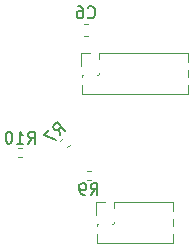
<source format=gbr>
%TF.GenerationSoftware,KiCad,Pcbnew,(5.1.8)-1*%
%TF.CreationDate,2021-11-17T13:18:44-05:00*%
%TF.ProjectId,impedance_measurement,696d7065-6461-46e6-9365-5f6d65617375,rev?*%
%TF.SameCoordinates,Original*%
%TF.FileFunction,Legend,Bot*%
%TF.FilePolarity,Positive*%
%FSLAX46Y46*%
G04 Gerber Fmt 4.6, Leading zero omitted, Abs format (unit mm)*
G04 Created by KiCad (PCBNEW (5.1.8)-1) date 2021-11-17 13:18:44*
%MOMM*%
%LPD*%
G01*
G04 APERTURE LIST*
%ADD10C,0.120000*%
%ADD11C,0.150000*%
G04 APERTURE END LIST*
D10*
%TO.C,R10*%
X122467621Y-116220000D02*
X122132379Y-116220000D01*
X122467621Y-115460000D02*
X122132379Y-115460000D01*
%TO.C,R9*%
X127912379Y-117470000D02*
X128247621Y-117470000D01*
X127912379Y-118230000D02*
X128247621Y-118230000D01*
%TO.C,R7*%
X126467227Y-115210175D02*
X126230175Y-115447227D01*
X125929825Y-114672773D02*
X125692773Y-114909825D01*
%TO.C,J4*%
X128700000Y-120040000D02*
X128700000Y-121170000D01*
X129460000Y-120040000D02*
X128700000Y-120040000D01*
X128765000Y-122747530D02*
X128765000Y-123570000D01*
X128765000Y-121930000D02*
X128765000Y-122132470D01*
X128896529Y-121930000D02*
X128765000Y-121930000D01*
X130166529Y-121930000D02*
X130023471Y-121930000D01*
X130220000Y-121733471D02*
X130220000Y-121876529D01*
X130220000Y-120040000D02*
X130220000Y-120606529D01*
X128765000Y-123570000D02*
X135235000Y-123570000D01*
X130220000Y-120040000D02*
X135235000Y-120040000D01*
X135235000Y-121477530D02*
X135235000Y-122132470D01*
X135235000Y-122747530D02*
X135235000Y-123570000D01*
X135235000Y-120040000D02*
X135235000Y-120862470D01*
%TO.C,J3*%
X127430000Y-107420000D02*
X127430000Y-108550000D01*
X128190000Y-107420000D02*
X127430000Y-107420000D01*
X127495000Y-110127530D02*
X127495000Y-110950000D01*
X127495000Y-109310000D02*
X127495000Y-109512470D01*
X127626529Y-109310000D02*
X127495000Y-109310000D01*
X128896529Y-109310000D02*
X128753471Y-109310000D01*
X128950000Y-109113471D02*
X128950000Y-109256529D01*
X128950000Y-107420000D02*
X128950000Y-107986529D01*
X127495000Y-110950000D02*
X136505000Y-110950000D01*
X128950000Y-107420000D02*
X136505000Y-107420000D01*
X136505000Y-108857530D02*
X136505000Y-109512470D01*
X136505000Y-110127530D02*
X136505000Y-110950000D01*
X136505000Y-107420000D02*
X136505000Y-108242470D01*
%TO.C,C6*%
X127996267Y-106000000D02*
X127703733Y-106000000D01*
X127996267Y-104980000D02*
X127703733Y-104980000D01*
%TO.C,R10*%
D11*
X122942857Y-115122380D02*
X123276190Y-114646190D01*
X123514285Y-115122380D02*
X123514285Y-114122380D01*
X123133333Y-114122380D01*
X123038095Y-114170000D01*
X122990476Y-114217619D01*
X122942857Y-114312857D01*
X122942857Y-114455714D01*
X122990476Y-114550952D01*
X123038095Y-114598571D01*
X123133333Y-114646190D01*
X123514285Y-114646190D01*
X121990476Y-115122380D02*
X122561904Y-115122380D01*
X122276190Y-115122380D02*
X122276190Y-114122380D01*
X122371428Y-114265238D01*
X122466666Y-114360476D01*
X122561904Y-114408095D01*
X121371428Y-114122380D02*
X121276190Y-114122380D01*
X121180952Y-114170000D01*
X121133333Y-114217619D01*
X121085714Y-114312857D01*
X121038095Y-114503333D01*
X121038095Y-114741428D01*
X121085714Y-114931904D01*
X121133333Y-115027142D01*
X121180952Y-115074761D01*
X121276190Y-115122380D01*
X121371428Y-115122380D01*
X121466666Y-115074761D01*
X121514285Y-115027142D01*
X121561904Y-114931904D01*
X121609523Y-114741428D01*
X121609523Y-114503333D01*
X121561904Y-114312857D01*
X121514285Y-114217619D01*
X121466666Y-114170000D01*
X121371428Y-114122380D01*
%TO.C,R9*%
X128246666Y-119472380D02*
X128580000Y-118996190D01*
X128818095Y-119472380D02*
X128818095Y-118472380D01*
X128437142Y-118472380D01*
X128341904Y-118520000D01*
X128294285Y-118567619D01*
X128246666Y-118662857D01*
X128246666Y-118805714D01*
X128294285Y-118900952D01*
X128341904Y-118948571D01*
X128437142Y-118996190D01*
X128818095Y-118996190D01*
X127770476Y-119472380D02*
X127580000Y-119472380D01*
X127484761Y-119424761D01*
X127437142Y-119377142D01*
X127341904Y-119234285D01*
X127294285Y-119043809D01*
X127294285Y-118662857D01*
X127341904Y-118567619D01*
X127389523Y-118520000D01*
X127484761Y-118472380D01*
X127675238Y-118472380D01*
X127770476Y-118520000D01*
X127818095Y-118567619D01*
X127865714Y-118662857D01*
X127865714Y-118900952D01*
X127818095Y-118996190D01*
X127770476Y-119043809D01*
X127675238Y-119091428D01*
X127484761Y-119091428D01*
X127389523Y-119043809D01*
X127341904Y-118996190D01*
X127294285Y-118900952D01*
%TO.C,R7*%
X125690417Y-114434715D02*
X125589402Y-113862295D01*
X126094478Y-114030654D02*
X125387372Y-113323547D01*
X125117997Y-113592921D01*
X125084326Y-113693936D01*
X125084326Y-113761280D01*
X125117997Y-113862295D01*
X125219013Y-113963310D01*
X125320028Y-113996982D01*
X125387372Y-113996982D01*
X125488387Y-113963310D01*
X125757761Y-113693936D01*
X124747608Y-113963310D02*
X124276204Y-114434715D01*
X125286356Y-114838776D01*
%TO.C,C6*%
X128016666Y-104417142D02*
X128064285Y-104464761D01*
X128207142Y-104512380D01*
X128302380Y-104512380D01*
X128445238Y-104464761D01*
X128540476Y-104369523D01*
X128588095Y-104274285D01*
X128635714Y-104083809D01*
X128635714Y-103940952D01*
X128588095Y-103750476D01*
X128540476Y-103655238D01*
X128445238Y-103560000D01*
X128302380Y-103512380D01*
X128207142Y-103512380D01*
X128064285Y-103560000D01*
X128016666Y-103607619D01*
X127159523Y-103512380D02*
X127350000Y-103512380D01*
X127445238Y-103560000D01*
X127492857Y-103607619D01*
X127588095Y-103750476D01*
X127635714Y-103940952D01*
X127635714Y-104321904D01*
X127588095Y-104417142D01*
X127540476Y-104464761D01*
X127445238Y-104512380D01*
X127254761Y-104512380D01*
X127159523Y-104464761D01*
X127111904Y-104417142D01*
X127064285Y-104321904D01*
X127064285Y-104083809D01*
X127111904Y-103988571D01*
X127159523Y-103940952D01*
X127254761Y-103893333D01*
X127445238Y-103893333D01*
X127540476Y-103940952D01*
X127588095Y-103988571D01*
X127635714Y-104083809D01*
%TD*%
M02*

</source>
